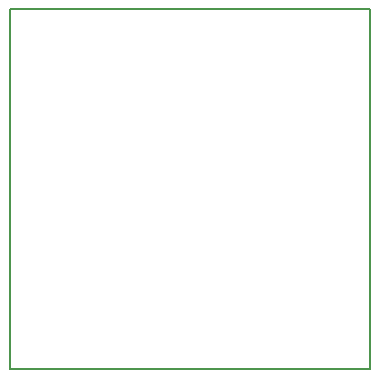
<source format=gbr>
G04 (created by PCBNEW (2013-mar-13)-testing) date Sunday 21 April 2013 10:40:16 PM IST*
%MOIN*%
G04 Gerber Fmt 3.4, Leading zero omitted, Abs format*
%FSLAX34Y34*%
G01*
G70*
G90*
G04 APERTURE LIST*
%ADD10C,0.003*%
%ADD11C,0.005*%
G04 APERTURE END LIST*
G54D10*
G54D11*
X10000Y-22000D02*
X10000Y-10000D01*
X22000Y-22000D02*
X10000Y-22000D01*
X22000Y-10000D02*
X22000Y-22000D01*
X10000Y-10000D02*
X22000Y-10000D01*
M02*

</source>
